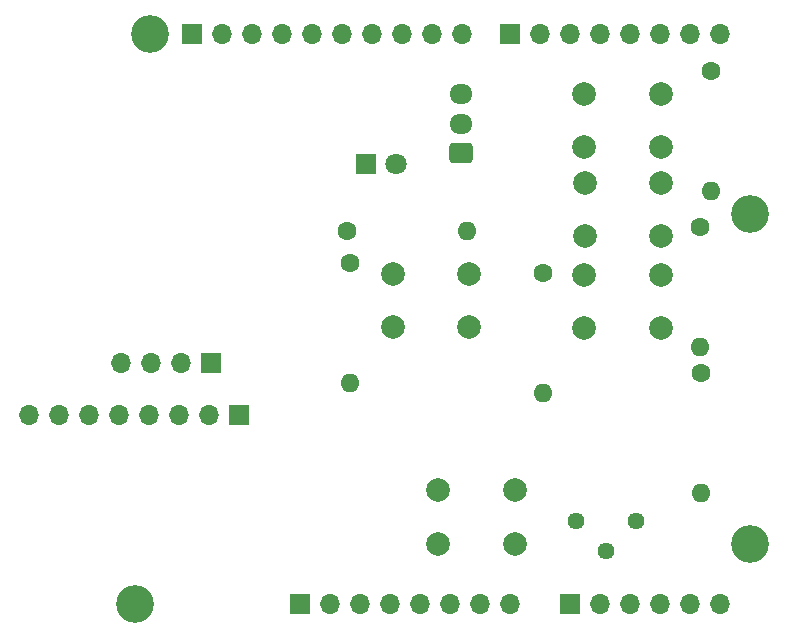
<source format=gbr>
%TF.GenerationSoftware,KiCad,Pcbnew,8.0.8*%
%TF.CreationDate,2025-02-03T12:23:25-07:00*%
%TF.ProjectId,Thermo_Probe,54686572-6d6f-45f5-9072-6f62652e6b69,rev?*%
%TF.SameCoordinates,Original*%
%TF.FileFunction,Soldermask,Bot*%
%TF.FilePolarity,Negative*%
%FSLAX46Y46*%
G04 Gerber Fmt 4.6, Leading zero omitted, Abs format (unit mm)*
G04 Created by KiCad (PCBNEW 8.0.8) date 2025-02-03 12:23:25*
%MOMM*%
%LPD*%
G01*
G04 APERTURE LIST*
G04 Aperture macros list*
%AMRoundRect*
0 Rectangle with rounded corners*
0 $1 Rounding radius*
0 $2 $3 $4 $5 $6 $7 $8 $9 X,Y pos of 4 corners*
0 Add a 4 corners polygon primitive as box body*
4,1,4,$2,$3,$4,$5,$6,$7,$8,$9,$2,$3,0*
0 Add four circle primitives for the rounded corners*
1,1,$1+$1,$2,$3*
1,1,$1+$1,$4,$5*
1,1,$1+$1,$6,$7*
1,1,$1+$1,$8,$9*
0 Add four rect primitives between the rounded corners*
20,1,$1+$1,$2,$3,$4,$5,0*
20,1,$1+$1,$4,$5,$6,$7,0*
20,1,$1+$1,$6,$7,$8,$9,0*
20,1,$1+$1,$8,$9,$2,$3,0*%
G04 Aperture macros list end*
%ADD10R,1.700000X1.700000*%
%ADD11O,1.700000X1.700000*%
%ADD12C,1.600000*%
%ADD13O,1.600000X1.600000*%
%ADD14C,2.000000*%
%ADD15C,3.200000*%
%ADD16RoundRect,0.250000X0.725000X-0.600000X0.725000X0.600000X-0.725000X0.600000X-0.725000X-0.600000X0*%
%ADD17O,1.950000X1.700000*%
%ADD18R,1.800000X1.800000*%
%ADD19C,1.800000*%
%ADD20C,1.440000*%
G04 APERTURE END LIST*
D10*
%TO.C,J1*%
X127940000Y-97460000D03*
D11*
X130480000Y-97460000D03*
X133020000Y-97460000D03*
X135560000Y-97460000D03*
X138100000Y-97460000D03*
X140640000Y-97460000D03*
X143180000Y-97460000D03*
X145720000Y-97460000D03*
%TD*%
D10*
%TO.C,J3*%
X150800000Y-97460000D03*
D11*
X153340000Y-97460000D03*
X155880000Y-97460000D03*
X158420000Y-97460000D03*
X160960000Y-97460000D03*
X163500000Y-97460000D03*
%TD*%
D10*
%TO.C,J2*%
X118796000Y-49200000D03*
D11*
X121336000Y-49200000D03*
X123876000Y-49200000D03*
X126416000Y-49200000D03*
X128956000Y-49200000D03*
X131496000Y-49200000D03*
X134036000Y-49200000D03*
X136576000Y-49200000D03*
X139116000Y-49200000D03*
X141656000Y-49200000D03*
%TD*%
D10*
%TO.C,J4*%
X145720000Y-49200000D03*
D11*
X148260000Y-49200000D03*
X150800000Y-49200000D03*
X153340000Y-49200000D03*
X155880000Y-49200000D03*
X158420000Y-49200000D03*
X160960000Y-49200000D03*
X163500000Y-49200000D03*
%TD*%
D12*
%TO.C,R2*%
X161750000Y-65520000D03*
D13*
X161750000Y-75680000D03*
%TD*%
D10*
%TO.C,J5*%
X122720000Y-81450000D03*
D11*
X120180000Y-81450000D03*
X117640000Y-81450000D03*
X115100000Y-81450000D03*
X112560000Y-81450000D03*
X110020000Y-81450000D03*
X107480000Y-81450000D03*
X104940000Y-81450000D03*
%TD*%
D14*
%TO.C,SW1*%
X151950000Y-54250000D03*
X158450000Y-54250000D03*
X151950000Y-58750000D03*
X158450000Y-58750000D03*
%TD*%
D12*
%TO.C,R4*%
X132100000Y-68570000D03*
D13*
X132100000Y-78730000D03*
%TD*%
D12*
%TO.C,R3*%
X148450000Y-69470000D03*
D13*
X148450000Y-79630000D03*
%TD*%
D15*
%TO.C,MH1*%
X115240000Y-49200000D03*
%TD*%
D16*
%TO.C,J7*%
X141550000Y-59300000D03*
D17*
X141550000Y-56800000D03*
X141550000Y-54300000D03*
%TD*%
D12*
%TO.C,R1*%
X162700000Y-52370000D03*
D13*
X162700000Y-62530000D03*
%TD*%
D12*
%TO.C,R6*%
X131850000Y-65900000D03*
D13*
X142010000Y-65900000D03*
%TD*%
D14*
%TO.C,SW5*%
X139600000Y-87850000D03*
X146100000Y-87850000D03*
X139600000Y-92350000D03*
X146100000Y-92350000D03*
%TD*%
D10*
%TO.C,J6*%
X120351668Y-77038332D03*
D11*
X117811668Y-77038332D03*
X115271668Y-77038332D03*
X112731668Y-77038332D03*
%TD*%
D18*
%TO.C,D1*%
X133510000Y-60250000D03*
D19*
X136050000Y-60250000D03*
%TD*%
D14*
%TO.C,SW2*%
X152000000Y-61800000D03*
X158500000Y-61800000D03*
X152000000Y-66300000D03*
X158500000Y-66300000D03*
%TD*%
D20*
%TO.C,RV1*%
X151310000Y-90415000D03*
X153850000Y-92955000D03*
X156390000Y-90415000D03*
%TD*%
D12*
%TO.C,R5*%
X161850000Y-77870000D03*
D13*
X161850000Y-88030000D03*
%TD*%
D15*
%TO.C,MH2*%
X113970000Y-97460000D03*
%TD*%
%TO.C,MH3*%
X166040000Y-64440000D03*
%TD*%
%TO.C,MH4*%
X166040000Y-92380000D03*
%TD*%
D14*
%TO.C,SW3*%
X151950000Y-69600000D03*
X158450000Y-69600000D03*
X151950000Y-74100000D03*
X158450000Y-74100000D03*
%TD*%
%TO.C,SW4*%
X135750000Y-69550000D03*
X142250000Y-69550000D03*
X135750000Y-74050000D03*
X142250000Y-74050000D03*
%TD*%
M02*

</source>
